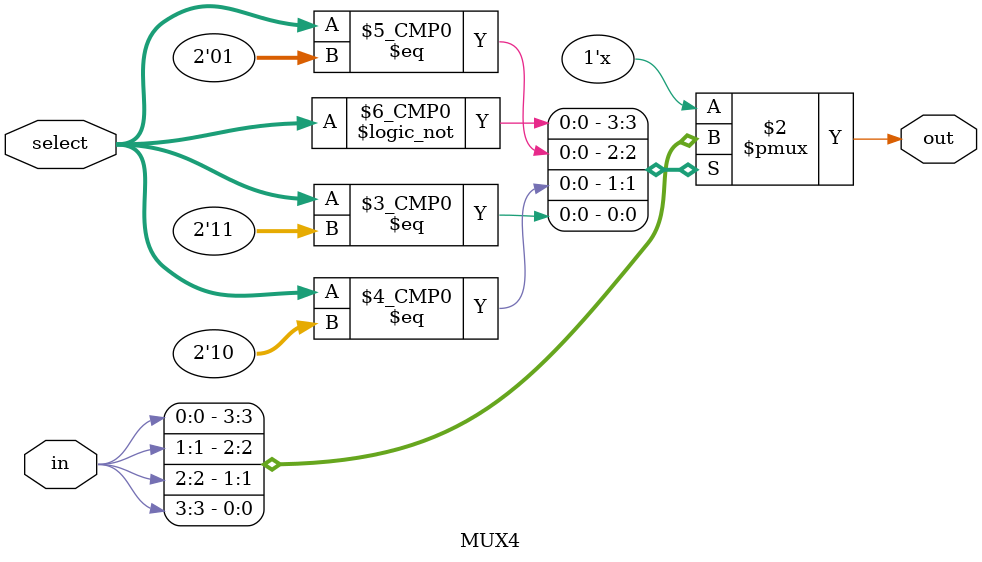
<source format=v>
module MUX4(input [3:0] in, input [1:0] select, output reg out);
always @( in or select)
    case (select)
	    0: out = in[0];
	    1: out = in[1];
	    2: out = in[2];
	    3: out = in[3];
	endcase
endmodule
</source>
